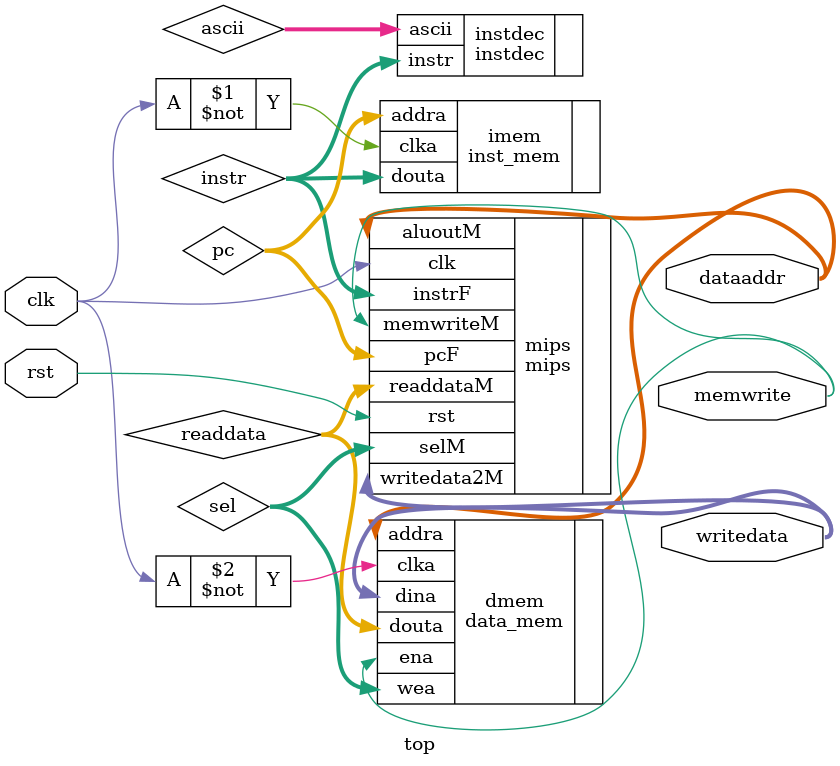
<source format=v>
`timescale 1ns / 1ps


module top(
	input  wire clk,
	input  wire rst,
	output wire [31:0] writedata,
	output wire [31:0] dataaddr,
	output wire memwrite
	);

	wire [31:0] pc;
	wire [31:0] instr;
	wire [31:0] readdata;
	wire [39:0] ascii;
	wire [3:0] sel;

	mips mips (
		.clk		(clk		),
		.rst		(rst		),
		.pcF		(pc			),
		.instrF		(instr		),
		.memwriteM	(memwrite	),
		.aluoutM	(dataaddr	),
		.writedata2M(writedata	),
		.readdataM	(readdata	),
		.selM		(sel		)
	);

	instdec instdec (
		.instr 		(instr		),
		.ascii		(ascii		)
	);
	
	inst_mem imem (
		.clka		(~clk		),
		.addra		(pc			),
		.douta		(instr		)
	);

	data_mem dmem (
		.clka		(~clk		),
		.ena		(memwrite	),
		.wea		(sel		),
		.addra		(dataaddr	),
		.dina		(writedata	),
		.douta		(readdata	)
	);

endmodule

</source>
